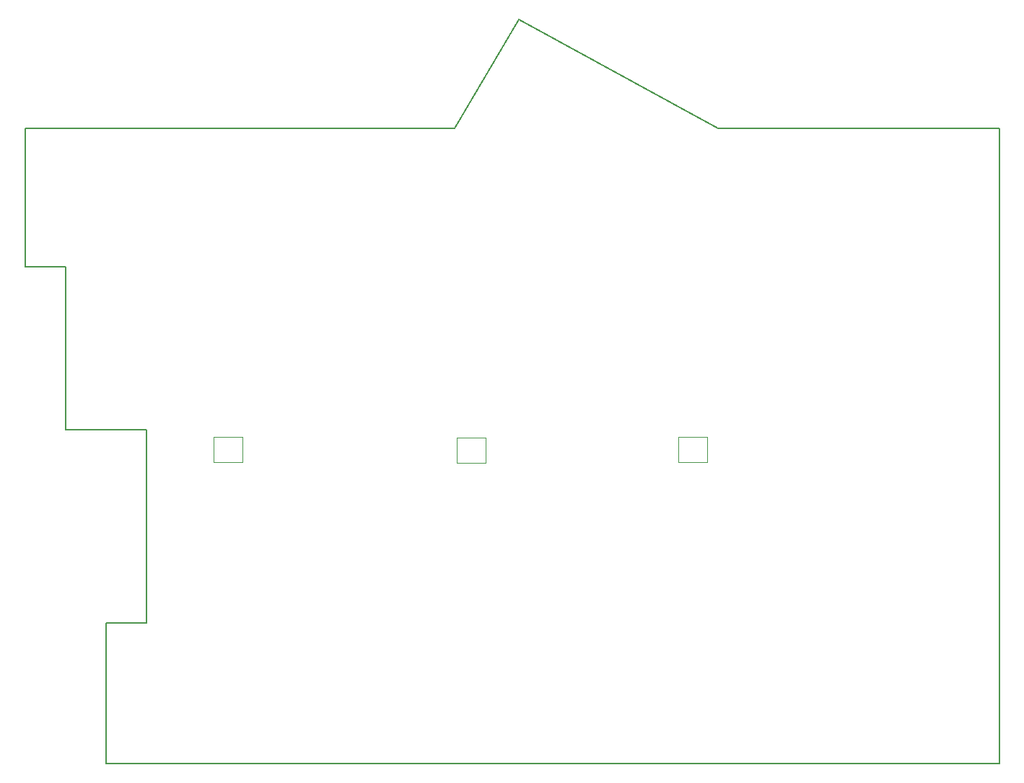
<source format=gbr>
G04 #@! TF.GenerationSoftware,KiCad,Pcbnew,7.0.8*
G04 #@! TF.CreationDate,2024-02-12T18:06:56+09:00*
G04 #@! TF.ProjectId,cool939v2,636f6f6c-3933-4397-9632-2e6b69636164,rev?*
G04 #@! TF.SameCoordinates,Original*
G04 #@! TF.FileFunction,Profile,NP*
%FSLAX46Y46*%
G04 Gerber Fmt 4.6, Leading zero omitted, Abs format (unit mm)*
G04 Created by KiCad (PCBNEW 7.0.8) date 2024-02-12 18:06:56*
%MOMM*%
%LPD*%
G01*
G04 APERTURE LIST*
G04 #@! TA.AperFunction,Profile*
%ADD10C,0.150000*%
G04 #@! TD*
G04 #@! TA.AperFunction,Profile*
%ADD11C,0.120000*%
G04 #@! TD*
G04 APERTURE END LIST*
D10*
X180980000Y-65360000D02*
X180980000Y-48850000D01*
X180980000Y-48850000D02*
X185740000Y-48850000D01*
X185740000Y-48850000D02*
X185740000Y-26130000D01*
X185740000Y-26130000D02*
X176210000Y-26130000D01*
X176210000Y-26130000D02*
X176210000Y-6990000D01*
X176210000Y-6990000D02*
X171450000Y-6990000D01*
X171450000Y-6990000D02*
X171450000Y9240000D01*
X252740000Y9240000D02*
X285760000Y9240000D01*
X285760000Y-65360000D02*
X180980000Y-65360000D01*
X285760000Y-65360000D02*
X285760000Y9240000D01*
X252740000Y9240000D02*
X229360000Y22070000D01*
X229360000Y22070000D02*
X221880000Y9240000D01*
X171450000Y9240000D02*
X221880000Y9240000D01*
D11*
X248070000Y-26980000D02*
X251470000Y-26980000D01*
X248070000Y-29980000D02*
X248070000Y-26980000D01*
X251470000Y-26980000D02*
X251470000Y-29980000D01*
X251470000Y-29980000D02*
X248070000Y-29980000D01*
X222120000Y-27040000D02*
X225520000Y-27040000D01*
X222120000Y-30040000D02*
X222120000Y-27040000D01*
X225520000Y-27040000D02*
X225520000Y-30040000D01*
X225520000Y-30040000D02*
X222120000Y-30040000D01*
X193570000Y-26980000D02*
X196970000Y-26980000D01*
X193570000Y-29980000D02*
X193570000Y-26980000D01*
X196970000Y-26980000D02*
X196970000Y-29980000D01*
X196970000Y-29980000D02*
X193570000Y-29980000D01*
M02*

</source>
